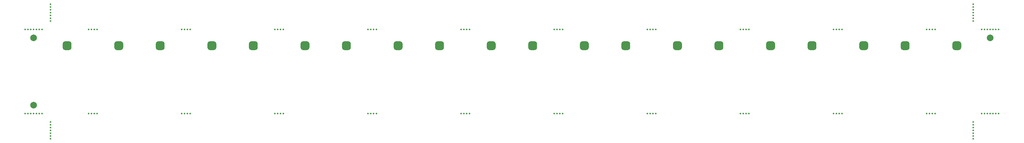
<source format=gbs>
G04 #@! TF.GenerationSoftware,KiCad,Pcbnew,6.0.2+dfsg-1*
G04 #@! TF.CreationDate,2023-03-16T21:42:12-06:00*
G04 #@! TF.ProjectId,ckt-dingdong-spk-array,636b742d-6469-46e6-9764-6f6e672d7370,rev?*
G04 #@! TF.SameCoordinates,Original*
G04 #@! TF.FileFunction,Soldermask,Bot*
G04 #@! TF.FilePolarity,Negative*
%FSLAX46Y46*%
G04 Gerber Fmt 4.6, Leading zero omitted, Abs format (unit mm)*
G04 Created by KiCad (PCBNEW 6.0.2+dfsg-1) date 2023-03-16 21:42:12*
%MOMM*%
%LPD*%
G01*
G04 APERTURE LIST*
%ADD10C,0.500000*%
%ADD11C,2.000000*%
G04 APERTURE END LIST*
D10*
X10070000Y-58946666D03*
X275500000Y-27620000D03*
X10070000Y-55560000D03*
X286930000Y-58100000D03*
X23193333Y-53020000D03*
X190833333Y-27620000D03*
X10070000Y-22540000D03*
X247560000Y-27620000D03*
X217926666Y-53020000D03*
X4990000Y-27620000D03*
X10070000Y-60640000D03*
X134106666Y-53020000D03*
X7530000Y-27620000D03*
X49440000Y-53020000D03*
X133260000Y-27620000D03*
X289470000Y-27620000D03*
X218773333Y-27620000D03*
X274653333Y-53020000D03*
X105320000Y-27620000D03*
X6683334Y-53020000D03*
X272960000Y-27620000D03*
X286930000Y-22540000D03*
X286930000Y-20000000D03*
X286930000Y-58946666D03*
X10070000Y-20846667D03*
X217926666Y-27620000D03*
X291163333Y-27620000D03*
X21500000Y-27620000D03*
X191680000Y-53020000D03*
X292856666Y-53020000D03*
X105320000Y-53020000D03*
X51133333Y-53020000D03*
X107860000Y-27620000D03*
X286930000Y-55560000D03*
X107013333Y-27620000D03*
X274653333Y-27620000D03*
X189986666Y-53020000D03*
X189140000Y-53020000D03*
X10070000Y-24233334D03*
X10070000Y-20000000D03*
X272960000Y-53020000D03*
X293703333Y-27620000D03*
X78226666Y-53020000D03*
X107013333Y-53020000D03*
X2450000Y-27620000D03*
X4143334Y-27620000D03*
X190833333Y-53020000D03*
X49440000Y-27620000D03*
X106166666Y-27620000D03*
X246713333Y-27620000D03*
X161200000Y-27620000D03*
X162046666Y-27620000D03*
X50286666Y-27620000D03*
X294550000Y-53020000D03*
X10070000Y-21693334D03*
X24040000Y-27620000D03*
X246713333Y-53020000D03*
X286930000Y-23386667D03*
X135800000Y-27620000D03*
X191680000Y-27620000D03*
X107860000Y-53020000D03*
X22346667Y-53020000D03*
X51980000Y-53020000D03*
X290316666Y-53020000D03*
X51980000Y-27620000D03*
X290316666Y-27620000D03*
X10070000Y-57253333D03*
X292010000Y-53020000D03*
X289470000Y-53020000D03*
X7530000Y-53020000D03*
X21500000Y-53020000D03*
X291163333Y-53020000D03*
X135800000Y-53020000D03*
X2450000Y-53020000D03*
X133260000Y-53020000D03*
X106166666Y-53020000D03*
X134953333Y-53020000D03*
X5836667Y-53020000D03*
X245020000Y-53020000D03*
X162893333Y-27620000D03*
X51133333Y-27620000D03*
X10070000Y-25080000D03*
X189140000Y-27620000D03*
X22346667Y-27620000D03*
X79073333Y-53020000D03*
X10070000Y-58100000D03*
X79920000Y-53020000D03*
X50286666Y-53020000D03*
X4990000Y-53020000D03*
X23193333Y-27620000D03*
X286930000Y-57253333D03*
X163740000Y-53020000D03*
X245020000Y-27620000D03*
X3296667Y-27620000D03*
X286930000Y-59793333D03*
X292856666Y-27620000D03*
X77380000Y-27620000D03*
X217080000Y-27620000D03*
X247560000Y-53020000D03*
X273806666Y-27620000D03*
X286930000Y-24233334D03*
X273806666Y-53020000D03*
X6683334Y-27620000D03*
X245866666Y-53020000D03*
X78226666Y-27620000D03*
X286930000Y-25080000D03*
X77380000Y-53020000D03*
X162893333Y-53020000D03*
X79073333Y-27620000D03*
X10070000Y-59793333D03*
X286930000Y-20846667D03*
X189986666Y-27620000D03*
X245866666Y-27620000D03*
X5836667Y-27620000D03*
X218773333Y-53020000D03*
X134106666Y-27620000D03*
X3296667Y-53020000D03*
X219620000Y-27620000D03*
X79920000Y-27620000D03*
X134953333Y-27620000D03*
X163740000Y-27620000D03*
X292010000Y-27620000D03*
X161200000Y-53020000D03*
X293703333Y-53020000D03*
X10070000Y-23386667D03*
X10070000Y-56406666D03*
X286930000Y-21693334D03*
X294550000Y-27620000D03*
X275500000Y-53020000D03*
X219620000Y-53020000D03*
X162046666Y-53020000D03*
X286930000Y-60640000D03*
X286930000Y-56406666D03*
X217080000Y-53020000D03*
X24040000Y-53020000D03*
X4143334Y-53020000D03*
D11*
X4990000Y-50480000D03*
G36*
G01*
X199486200Y-31905000D02*
X199486200Y-33155000D01*
G75*
G02*
X198785000Y-33856200I-701200J0D01*
G01*
X197535000Y-33856200D01*
G75*
G02*
X196833800Y-33155000I0J701200D01*
G01*
X196833800Y-31905000D01*
G75*
G02*
X197535000Y-31203800I701200J0D01*
G01*
X198785000Y-31203800D01*
G75*
G02*
X199486200Y-31905000I0J-701200D01*
G01*
G37*
G36*
G01*
X183986200Y-31905000D02*
X183986200Y-33155000D01*
G75*
G02*
X183285000Y-33856200I-701200J0D01*
G01*
X182035000Y-33856200D01*
G75*
G02*
X181333800Y-33155000I0J701200D01*
G01*
X181333800Y-31905000D01*
G75*
G02*
X182035000Y-31203800I701200J0D01*
G01*
X183285000Y-31203800D01*
G75*
G02*
X183986200Y-31905000I0J-701200D01*
G01*
G37*
G36*
G01*
X255366200Y-31905000D02*
X255366200Y-33155000D01*
G75*
G02*
X254665000Y-33856200I-701200J0D01*
G01*
X253415000Y-33856200D01*
G75*
G02*
X252713800Y-33155000I0J701200D01*
G01*
X252713800Y-31905000D01*
G75*
G02*
X253415000Y-31203800I701200J0D01*
G01*
X254665000Y-31203800D01*
G75*
G02*
X255366200Y-31905000I0J-701200D01*
G01*
G37*
G36*
G01*
X239866200Y-31905000D02*
X239866200Y-33155000D01*
G75*
G02*
X239165000Y-33856200I-701200J0D01*
G01*
X237915000Y-33856200D01*
G75*
G02*
X237213800Y-33155000I0J701200D01*
G01*
X237213800Y-31905000D01*
G75*
G02*
X237915000Y-31203800I701200J0D01*
G01*
X239165000Y-31203800D01*
G75*
G02*
X239866200Y-31905000I0J-701200D01*
G01*
G37*
G36*
G01*
X283306200Y-31905000D02*
X283306200Y-33155000D01*
G75*
G02*
X282605000Y-33856200I-701200J0D01*
G01*
X281355000Y-33856200D01*
G75*
G02*
X280653800Y-33155000I0J701200D01*
G01*
X280653800Y-31905000D01*
G75*
G02*
X281355000Y-31203800I701200J0D01*
G01*
X282605000Y-31203800D01*
G75*
G02*
X283306200Y-31905000I0J-701200D01*
G01*
G37*
G36*
G01*
X267806200Y-31905000D02*
X267806200Y-33155000D01*
G75*
G02*
X267105000Y-33856200I-701200J0D01*
G01*
X265855000Y-33856200D01*
G75*
G02*
X265153800Y-33155000I0J701200D01*
G01*
X265153800Y-31905000D01*
G75*
G02*
X265855000Y-31203800I701200J0D01*
G01*
X267105000Y-31203800D01*
G75*
G02*
X267806200Y-31905000I0J-701200D01*
G01*
G37*
G36*
G01*
X115666200Y-31905000D02*
X115666200Y-33155000D01*
G75*
G02*
X114965000Y-33856200I-701200J0D01*
G01*
X113715000Y-33856200D01*
G75*
G02*
X113013800Y-33155000I0J701200D01*
G01*
X113013800Y-31905000D01*
G75*
G02*
X113715000Y-31203800I701200J0D01*
G01*
X114965000Y-31203800D01*
G75*
G02*
X115666200Y-31905000I0J-701200D01*
G01*
G37*
G36*
G01*
X100166200Y-31905000D02*
X100166200Y-33155000D01*
G75*
G02*
X99465000Y-33856200I-701200J0D01*
G01*
X98215000Y-33856200D01*
G75*
G02*
X97513800Y-33155000I0J701200D01*
G01*
X97513800Y-31905000D01*
G75*
G02*
X98215000Y-31203800I701200J0D01*
G01*
X99465000Y-31203800D01*
G75*
G02*
X100166200Y-31905000I0J-701200D01*
G01*
G37*
G36*
G01*
X31846200Y-31905000D02*
X31846200Y-33155000D01*
G75*
G02*
X31145000Y-33856200I-701200J0D01*
G01*
X29895000Y-33856200D01*
G75*
G02*
X29193800Y-33155000I0J701200D01*
G01*
X29193800Y-31905000D01*
G75*
G02*
X29895000Y-31203800I701200J0D01*
G01*
X31145000Y-31203800D01*
G75*
G02*
X31846200Y-31905000I0J-701200D01*
G01*
G37*
G36*
G01*
X16346200Y-31905000D02*
X16346200Y-33155000D01*
G75*
G02*
X15645000Y-33856200I-701200J0D01*
G01*
X14395000Y-33856200D01*
G75*
G02*
X13693800Y-33155000I0J701200D01*
G01*
X13693800Y-31905000D01*
G75*
G02*
X14395000Y-31203800I701200J0D01*
G01*
X15645000Y-31203800D01*
G75*
G02*
X16346200Y-31905000I0J-701200D01*
G01*
G37*
G36*
G01*
X87726200Y-31905000D02*
X87726200Y-33155000D01*
G75*
G02*
X87025000Y-33856200I-701200J0D01*
G01*
X85775000Y-33856200D01*
G75*
G02*
X85073800Y-33155000I0J701200D01*
G01*
X85073800Y-31905000D01*
G75*
G02*
X85775000Y-31203800I701200J0D01*
G01*
X87025000Y-31203800D01*
G75*
G02*
X87726200Y-31905000I0J-701200D01*
G01*
G37*
G36*
G01*
X72226200Y-31905000D02*
X72226200Y-33155000D01*
G75*
G02*
X71525000Y-33856200I-701200J0D01*
G01*
X70275000Y-33856200D01*
G75*
G02*
X69573800Y-33155000I0J701200D01*
G01*
X69573800Y-31905000D01*
G75*
G02*
X70275000Y-31203800I701200J0D01*
G01*
X71525000Y-31203800D01*
G75*
G02*
X72226200Y-31905000I0J-701200D01*
G01*
G37*
G36*
G01*
X59786200Y-31905000D02*
X59786200Y-33155000D01*
G75*
G02*
X59085000Y-33856200I-701200J0D01*
G01*
X57835000Y-33856200D01*
G75*
G02*
X57133800Y-33155000I0J701200D01*
G01*
X57133800Y-31905000D01*
G75*
G02*
X57835000Y-31203800I701200J0D01*
G01*
X59085000Y-31203800D01*
G75*
G02*
X59786200Y-31905000I0J-701200D01*
G01*
G37*
G36*
G01*
X44286200Y-31905000D02*
X44286200Y-33155000D01*
G75*
G02*
X43585000Y-33856200I-701200J0D01*
G01*
X42335000Y-33856200D01*
G75*
G02*
X41633800Y-33155000I0J701200D01*
G01*
X41633800Y-31905000D01*
G75*
G02*
X42335000Y-31203800I701200J0D01*
G01*
X43585000Y-31203800D01*
G75*
G02*
X44286200Y-31905000I0J-701200D01*
G01*
G37*
X292010000Y-30160000D03*
X4990000Y-30160000D03*
G36*
G01*
X171546200Y-31905000D02*
X171546200Y-33155000D01*
G75*
G02*
X170845000Y-33856200I-701200J0D01*
G01*
X169595000Y-33856200D01*
G75*
G02*
X168893800Y-33155000I0J701200D01*
G01*
X168893800Y-31905000D01*
G75*
G02*
X169595000Y-31203800I701200J0D01*
G01*
X170845000Y-31203800D01*
G75*
G02*
X171546200Y-31905000I0J-701200D01*
G01*
G37*
G36*
G01*
X156046200Y-31905000D02*
X156046200Y-33155000D01*
G75*
G02*
X155345000Y-33856200I-701200J0D01*
G01*
X154095000Y-33856200D01*
G75*
G02*
X153393800Y-33155000I0J701200D01*
G01*
X153393800Y-31905000D01*
G75*
G02*
X154095000Y-31203800I701200J0D01*
G01*
X155345000Y-31203800D01*
G75*
G02*
X156046200Y-31905000I0J-701200D01*
G01*
G37*
G36*
G01*
X227426200Y-31905000D02*
X227426200Y-33155000D01*
G75*
G02*
X226725000Y-33856200I-701200J0D01*
G01*
X225475000Y-33856200D01*
G75*
G02*
X224773800Y-33155000I0J701200D01*
G01*
X224773800Y-31905000D01*
G75*
G02*
X225475000Y-31203800I701200J0D01*
G01*
X226725000Y-31203800D01*
G75*
G02*
X227426200Y-31905000I0J-701200D01*
G01*
G37*
G36*
G01*
X211926200Y-31905000D02*
X211926200Y-33155000D01*
G75*
G02*
X211225000Y-33856200I-701200J0D01*
G01*
X209975000Y-33856200D01*
G75*
G02*
X209273800Y-33155000I0J701200D01*
G01*
X209273800Y-31905000D01*
G75*
G02*
X209975000Y-31203800I701200J0D01*
G01*
X211225000Y-31203800D01*
G75*
G02*
X211926200Y-31905000I0J-701200D01*
G01*
G37*
G36*
G01*
X143606200Y-31905000D02*
X143606200Y-33155000D01*
G75*
G02*
X142905000Y-33856200I-701200J0D01*
G01*
X141655000Y-33856200D01*
G75*
G02*
X140953800Y-33155000I0J701200D01*
G01*
X140953800Y-31905000D01*
G75*
G02*
X141655000Y-31203800I701200J0D01*
G01*
X142905000Y-31203800D01*
G75*
G02*
X143606200Y-31905000I0J-701200D01*
G01*
G37*
G36*
G01*
X128106200Y-31905000D02*
X128106200Y-33155000D01*
G75*
G02*
X127405000Y-33856200I-701200J0D01*
G01*
X126155000Y-33856200D01*
G75*
G02*
X125453800Y-33155000I0J701200D01*
G01*
X125453800Y-31905000D01*
G75*
G02*
X126155000Y-31203800I701200J0D01*
G01*
X127405000Y-31203800D01*
G75*
G02*
X128106200Y-31905000I0J-701200D01*
G01*
G37*
M02*

</source>
